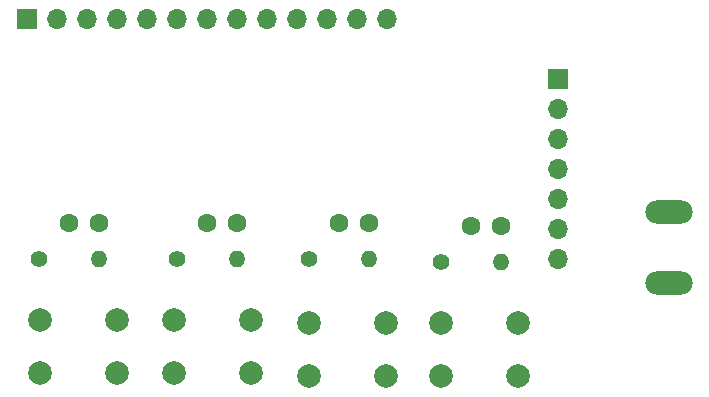
<source format=gbr>
G04 #@! TF.GenerationSoftware,KiCad,Pcbnew,(6.0.4)*
G04 #@! TF.CreationDate,2022-07-19T16:39:13+09:00*
G04 #@! TF.ProjectId,io_board,696f5f62-6f61-4726-942e-6b696361645f,rev?*
G04 #@! TF.SameCoordinates,Original*
G04 #@! TF.FileFunction,Soldermask,Top*
G04 #@! TF.FilePolarity,Negative*
%FSLAX46Y46*%
G04 Gerber Fmt 4.6, Leading zero omitted, Abs format (unit mm)*
G04 Created by KiCad (PCBNEW (6.0.4)) date 2022-07-19 16:39:13*
%MOMM*%
%LPD*%
G01*
G04 APERTURE LIST*
%ADD10C,1.600000*%
%ADD11C,2.000000*%
%ADD12C,1.400000*%
%ADD13O,1.400000X1.400000*%
%ADD14R,1.700000X1.700000*%
%ADD15O,1.700000X1.700000*%
%ADD16O,4.000000X2.000000*%
G04 APERTURE END LIST*
D10*
X166116000Y-67782000D03*
X163616000Y-67782000D03*
D11*
X149860000Y-75982000D03*
X156360000Y-75982000D03*
X149860000Y-80482000D03*
X156360000Y-80482000D03*
D12*
X138684000Y-70612000D03*
D13*
X143764000Y-70612000D03*
D12*
X149860000Y-70612000D03*
D13*
X154940000Y-70612000D03*
D11*
X138482000Y-75764000D03*
X144982000Y-75764000D03*
X138482000Y-80264000D03*
X144982000Y-80264000D03*
D12*
X161036000Y-70830000D03*
D13*
X166116000Y-70830000D03*
D14*
X170967000Y-55392000D03*
D15*
X170967000Y-57932000D03*
X170967000Y-60472000D03*
X170967000Y-63012000D03*
X170967000Y-65552000D03*
X170967000Y-68092000D03*
X170967000Y-70632000D03*
D14*
X125999000Y-50267000D03*
D15*
X128539000Y-50267000D03*
X131079000Y-50267000D03*
X133619000Y-50267000D03*
X136159000Y-50267000D03*
X138699000Y-50267000D03*
X141239000Y-50267000D03*
X143779000Y-50267000D03*
X146319000Y-50267000D03*
X148859000Y-50267000D03*
X151399000Y-50267000D03*
X153939000Y-50267000D03*
X156479000Y-50267000D03*
D10*
X132080000Y-67564000D03*
X129580000Y-67564000D03*
D11*
X161036000Y-75982000D03*
X167536000Y-75982000D03*
X161036000Y-80482000D03*
X167536000Y-80482000D03*
X127104000Y-75764000D03*
X133604000Y-75764000D03*
X127104000Y-80264000D03*
X133604000Y-80264000D03*
D10*
X143764000Y-67564000D03*
X141264000Y-67564000D03*
X154940000Y-67564000D03*
X152440000Y-67564000D03*
D12*
X127000000Y-70612000D03*
D13*
X132080000Y-70612000D03*
D16*
X180340000Y-72644000D03*
X180340000Y-66644000D03*
M02*

</source>
